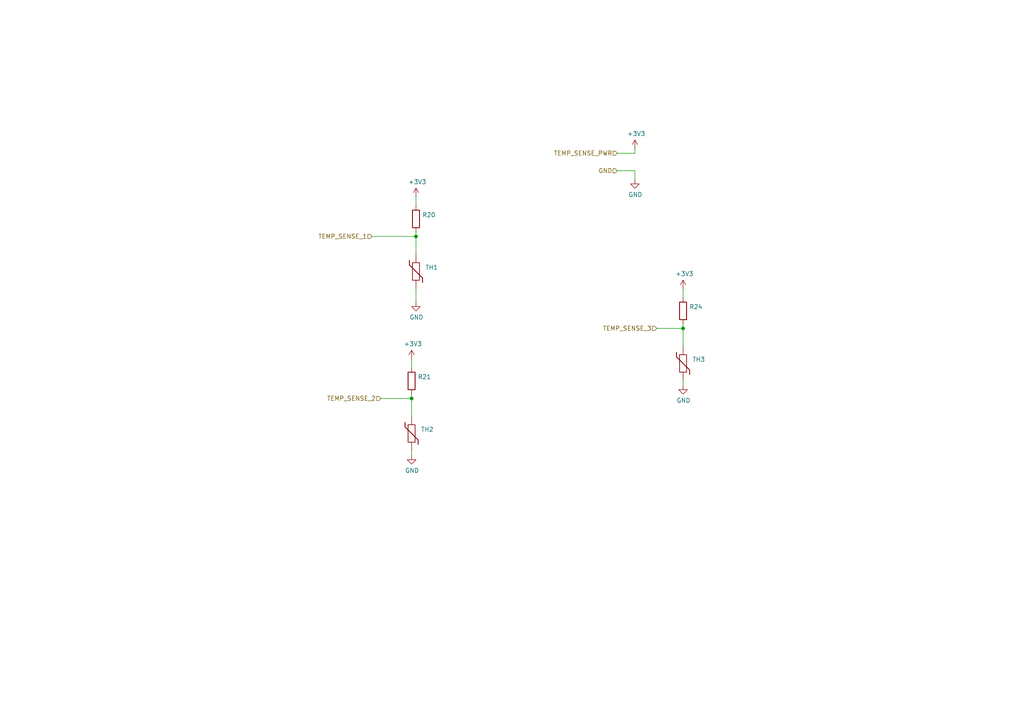
<source format=kicad_sch>
(kicad_sch (version 20211123) (generator eeschema)
  (paper "A4")
  (title_block (title "Temperature Sensors") (date "2022-03-18") (comment 1 "Engineer/Draftsman: Joesphan Lu"))
  (lib_symbols
    (symbol "Device:R" (pin_numbers hide) (pin_names (offset 0))
      (property "Reference" "R" (at 2.032 0 90))
      (property "Value" "R" (at 0 0 90))
      (symbol "R_0_1"
        (rectangle (start -1.016 -2.54) (end 1.016 2.54) (stroke (width 0.254)))
      )
      (symbol "R_1_1"
        (pin passive line (at 0 3.81 270) (length 1.27) (name "~") (number "1"))
        (pin passive line (at 0 -3.81 90) (length 1.27) (name "~") (number "2"))
      )
    )
    (symbol "Device:Thermistor" (pin_numbers hide) (pin_names (offset 0))
      (property "Reference" "TH" (at 2.54 1.27 90))
      (property "Value" "Thermistor" (at -2.54 0 90))
      (symbol "Thermistor_0_1"
        (rectangle (start -1.016 2.54) (end 1.016 -2.54) (stroke (width 0.2032)))
        (polyline (pts (xy -1.905 3.175) (xy -1.905 1.905) (xy 1.905 -1.905) (xy 1.905 -3.175) (xy 1.905 -3.175)) (stroke (width 0.254)))
      )
      (symbol "Thermistor_1_1"
        (pin passive line (at 0 5.08 270) (length 2.54) (name "~") (number "1"))
        (pin passive line (at 0 -5.08 90) (length 2.54) (name "~") (number "2"))
      )
    )
    (symbol "power:+3V3" (power) (pin_names (offset 0))
      (property "Value" "+3V3" (at 0 3.556 0))
      (symbol "+3V3_0_1"
        (polyline (pts (xy -0.762 1.27) (xy 0 2.54)))
        (polyline (pts (xy 0 0) (xy 0 2.54)))
        (polyline (pts (xy 0 2.54) (xy 0.762 1.27)))
      )
      (symbol "+3V3_1_1"
        (pin power_in line (at 0 0 90) (length 0) hide (name "+3V3") (number "1"))
      )
    )
    (symbol "power:GND" (power) (pin_names (offset 0))
      (property "Value" "GND" (at 0 -3.81 0))
      (symbol "GND_0_1"
        (polyline (pts (xy 0 0) (xy 0 -1.27) (xy 1.27 -1.27) (xy 0 -2.54) (xy -1.27 -1.27) (xy 0 -1.27)))
      )
      (symbol "GND_1_1"
        (pin power_in line (at 0 0 270) (length 0) hide (name "GND") (number "1"))
      )
    )
  )
  (junction (at 119.38 115.57))
  (junction (at 198.12 95.25))
  (junction (at 120.65 68.58))
  (wire (pts (xy 190.5 95.25) (xy 198.12 95.25)))
  (wire (pts (xy 184.15 52.07) (xy 184.15 49.53)))
  (wire (pts (xy 198.12 100.33) (xy 198.12 95.25)))
  (wire (pts (xy 198.12 95.25) (xy 198.12 93.98)))
  (wire (pts (xy 107.95 68.58) (xy 120.65 68.58)))
  (wire (pts (xy 184.15 49.53) (xy 179.07 49.53)))
  (wire (pts (xy 120.65 57.15) (xy 120.65 59.69)))
  (wire (pts (xy 110.49 115.57) (xy 119.38 115.57)))
  (wire (pts (xy 119.38 120.65) (xy 119.38 115.57)))
  (wire (pts (xy 184.15 43.18) (xy 184.15 44.45)))
  (wire (pts (xy 119.38 104.14) (xy 119.38 106.68)))
  (wire (pts (xy 119.38 132.08) (xy 119.38 130.81)))
  (wire (pts (xy 119.38 115.57) (xy 119.38 114.3)))
  (wire (pts (xy 120.65 73.66) (xy 120.65 68.58)))
  (wire (pts (xy 198.12 111.76) (xy 198.12 110.49)))
  (wire (pts (xy 120.65 83.82) (xy 120.65 87.63)))
  (wire (pts (xy 184.15 44.45) (xy 179.07 44.45)))
  (wire (pts (xy 120.65 68.58) (xy 120.65 67.31)))
  (wire (pts (xy 198.12 83.82) (xy 198.12 86.36)))
  (hierarchical_label "TEMP_SENSE_PWR" (shape input) (at 179.07 44.45 180))
  (hierarchical_label "TEMP_SENSE_3" (shape input) (at 190.5 95.25 180))
  (hierarchical_label "GND" (shape input) (at 179.07 49.53 180))
  (hierarchical_label "TEMP_SENSE_2" (shape input) (at 110.49 115.57 180))
  (hierarchical_label "TEMP_SENSE_1" (shape input) (at 107.95 68.58 180))
  (symbol (lib_id "power:+3V3") (at 184.15 43.18 0) (unit 1)
    (property "Reference" "#PWR0146" (effects hide))
    (property "Value" "+3V3" (at 184.531 38.7858 0))
  )
  (symbol (lib_id "power:+3V3") (at 120.65 57.15 0) (unit 1)
    (property "Reference" "#PWR0149" (effects hide))
    (property "Value" "+3V3" (at 121.031 52.7558 0))
  )
  (symbol (lib_id "power:+3V3") (at 198.12 83.82 0) (unit 1)
    (property "Reference" "#PWR0151" (effects hide))
    (property "Value" "+3V3" (at 198.501 79.4258 0))
  )
  (symbol (lib_id "power:+3V3") (at 119.38 104.14 0) (unit 1)
    (property "Reference" "#PWR0153" (effects hide))
    (property "Value" "+3V3" (at 119.761 99.7458 0))
  )
  (symbol (lib_id "power:GND") (at 184.15 52.07 0) (unit 1)
    (property "Reference" "#PWR0147" (effects hide))
    (property "Value" "GND" (at 184.277 56.4642 0))
  )
  (symbol (lib_id "Device:Thermistor") (at 120.65 78.74 0) (unit 1)
    (property "Reference" "TH1" (at 123.317 77.5716 0) (effects (justify left)))
  )
  (symbol (lib_id "Device:R") (at 120.65 63.5 0) (unit 1)
    (property "Reference" "R20" (at 122.428 62.3316 0) (effects (justify left)))
  )
  (symbol (lib_id "power:GND") (at 120.65 87.63 0) (unit 1)
    (property "Reference" "#PWR0148" (effects hide))
    (property "Value" "GND" (at 120.777 92.0242 0))
  )
  (symbol (lib_id "Device:Thermistor") (at 119.38 125.73 0) (unit 1)
    (property "Reference" "TH2" (at 122.047 124.5616 0) (effects (justify left)))
  )
  (symbol (lib_id "Device:R") (at 119.38 110.49 0) (unit 1)
    (property "Reference" "R21" (at 121.158 109.3216 0) (effects (justify left)))
  )
  (symbol (lib_id "power:GND") (at 119.38 132.08 0) (unit 1)
    (property "Reference" "#PWR0150" (effects hide))
    (property "Value" "GND" (at 119.507 136.4742 0))
  )
  (symbol (lib_id "Device:Thermistor") (at 198.12 105.41 0) (unit 1)
    (property "Reference" "TH3" (at 200.787 104.2416 0) (effects (justify left)))
  )
  (symbol (lib_id "Device:R") (at 198.12 90.17 0) (unit 1)
    (property "Reference" "R24" (at 199.898 89.0016 0) (effects (justify left)))
  )
  (symbol (lib_id "power:GND") (at 198.12 111.76 0) (unit 1)
    (property "Reference" "#PWR0152" (effects hide))
    (property "Value" "GND" (at 198.247 116.1542 0))
  )
)
</source>
